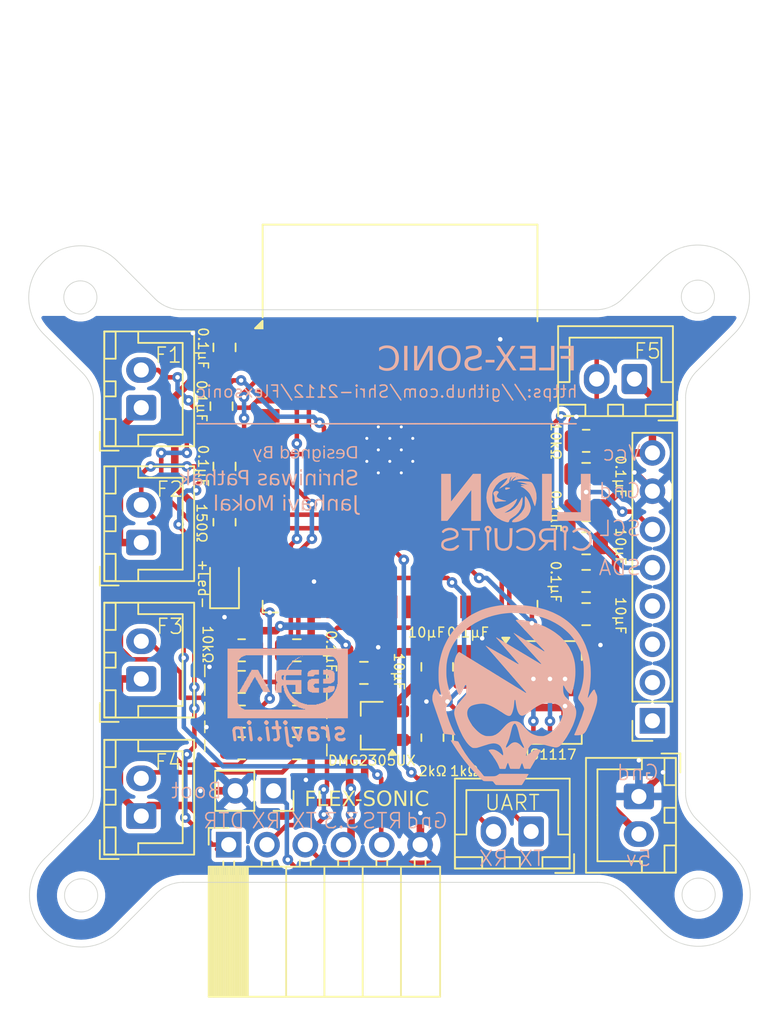
<source format=kicad_pcb>
(kicad_pcb (version 20241229) (generator "pcbnew") (generator_version "9.0")
  (layers (0 "F.Cu" signal) (2 "B.Cu" power) (13 "F.Paste" user) (15 "B.Paste" user) (5 "F.SilkS" user "F.Silkscreen") (7 "B.SilkS" user "B.Silkscreen") (1 "F.Mask" user) (3 "B.Mask" user) (25 "Edge.Cuts" user))
  (net 0 "")
  (net 1 "Net-(J2-Pin_1)")
  (net 2 "Net-(U1-IO26)")
  (net 3 "GND")
  (net 4 "Net-(F1-Pin_2)")
  (net 5 "Net-(F2-Pin_2)")
  (net 6 "Net-(F3-Pin_2)")
  (net 7 "Net-(F4-Pin_2)")
  (net 8 "Net-(F5-Pin_2)")
  (net 9 "Net-(J5-Pin_1)")
  (net 10 "Net-(U1-EN)")
  (net 11 "Net-(D1-A)")
  (net 12 "Net-(F1-Pin_1)")
  (net 13 "Net-(J1-Pin_2)")
  (net 14 "Net-(J2-Pin_2)")
  (net 16 "Net-(J3-Pin_5)")
  (net 20 "Net-(J3-Pin_6)")
  (net 21 "Net-(J5-Pin_2)")
  (net 22 "Net-(J5-Pin_3)")
  (net 23 "Net-(J5-Pin_4)")
  (net 27 "Net-(J5-Pin_5)")
  (net 46 "Net-(J4-Pin_1)")
  (footprint "Package_TO_SOT_SMD:SOT-223-3_TabPin2" (layer "F.Cu") (at 116.9 94.1)
    (property "Reference" "U3" (hide yes))
    (property "Value" "AMS1117-3.3")
  )
  (footprint "Resistor_SMD:R_0805_2012Metric" (layer "F.Cu") (at 96.2375 97.8 180)
    (property "Reference" "10k4" (hide yes))
    (property "Value" "R4")
  )
  (footprint "Resistor_SMD:R_0805_2012Metric" (layer "F.Cu") (at 96.2375 95.7 180)
    (property "Reference" "10k3" (hide yes))
    (property "Value" "R3")
  )
  (footprint "Capacitor_SMD:C_0805_2012Metric" (layer "F.Cu") (at 111 92.4 -90)
    (property "Reference" "C12" (hide yes))
    (property "Value" "10uf")
  )
  (footprint "Capacitor_SMD:C_0805_2012Metric" (layer "F.Cu") (at 119.1 79.6 180)
    (property "Reference" "C10" (hide yes))
    (property "Value" "0.1uf")
  )
  (footprint "Connector_JST:JST_XH_B2B-XH-A_1x02_P2.50mm_Vertical" (layer "F.Cu") (at 89.575 93.2 90)
    (property "Reference" "F2" (hide yes))
    (property "Value" "Out")
  )
  (footprint "RF_Module:ESP32-WROOM-32" (layer "F.Cu") (at 106.75 78.91)
    (property "Reference" "U1" (hide yes))
    (property "Value" "ESP32-WROOM-32")
  )
  (footprint "Capacitor_SMD:C_0805_2012Metric" (layer "F.Cu") (at 94.9 75.1 -90)
    (property "Reference" "C6" (hide yes))
    (property "Value" "0.1uf")
  )
  (footprint "Connector_PinSocket_2.54mm:PinSocket_1x02_P2.54mm_Vertical" (layer "F.Cu") (at 98.35 100.625 -90)
    (property "Reference" "J4" (hide yes))
    (property "Value" "Conn_01x02")
  )
  (footprint "Resistor_SMD:R_0805_2012Metric" (layer "F.Cu") (at 111 97.1 -90)
    (property "Reference" "1K1" (hide yes))
    (property "Value" "R")
  )
  (footprint "Capacitor_SMD:C_0805_2012Metric" (layer "F.Cu") (at 119.1 84.2)
    (property "Reference" "C5" (hide yes))
    (property "Value" "10uf")
  )
  (footprint "Resistor_SMD:R_0805_2012Metric" (layer "F.Cu") (at 96.2375 93.4 180)
    (property "Reference" "10k2" (hide yes))
    (property "Value" "R2")
  )
  (footprint "Connector_JST:JST_XH_B2B-XH-A_1x02_P2.50mm_Vertical" (layer "F.Cu") (at 115.45 103.325 180)
    (property "Reference" "J2" (hide yes))
    (property "Value" "Uart_tx_rx")
  )
  (footprint "Package_TO_SOT_SMD:SOT-23_Handsoldering" (layer "F.Cu") (at 104.9 96.3 180)
    (property "Reference" "Q1" (hide yes))
    (property "Value" "Q_PMOS_GSD")
  )
  (footprint "Capacitor_SMD:C_0805_2012Metric" (layer "F.Cu") (at 119.1 88.9 180)
    (property "Reference" "C11" (hide yes))
    (property "Value" "10uf")
  )
  (footprint "Connector_JST:JST_XH_B2B-XH-A_1x02_P2.50mm_Vertical" (layer "F.Cu") (at 122.3 73.3 180)
    (property "Reference" "F5" (hide yes))
    (property "Value" "Out")
  )
  (footprint "Capacitor_SMD:C_0805_2012Metric" (layer "F.Cu") (at 99.9 95.7)
    (property "Reference" "C8" (hide yes))
    (property "Value" "0.1uf")
  )
  (footprint "Capacitor_SMD:C_0805_2012Metric" (layer "F.Cu") (at 119.1 82)
    (property "Reference" "C4" (hide yes))
    (property "Value" "0.1uf")
  )
  (footprint "Resistor_SMD:R_0805_2012Metric" (layer "F.Cu") (at 95.1 82.8 -90)
    (property "Reference" "RL1" (hide yes))
    (property "Value" "150")
  )
  (footprint "Resistor_SMD:R_0805_2012Metric" (layer "F.Cu") (at 119.1 77.4 180)
    (property "Reference" "10k5" (hide yes))
    (property "Value" "R5")
  )
  (footprint "Connector_JST:JST_XH_B2B-XH-A_1x02_P2.50mm_Vertical" (layer "F.Cu") (at 89.575 75.2 90)
    (property "Reference" "F1" (hide yes))
    (property "Value" "Out")
  )
  (footprint "Connector_JST:JST_XH_B2B-XH-A_1x02_P2.50mm_Vertical" (layer "F.Cu") (at 89.575 102.3 90)
    (property "Reference" "F3" (hide yes))
    (property "Value" "Out")
  )
  (footprint "LED_SMD:LED_0805_2012Metric" (layer "F.Cu") (at 95.1 86.825 90)
    (property "Reference" "D1" (hide yes))
    (property "Value" "LED")
  )
  (footprint "Capacitor_SMD:C_0805_2012Metric" (layer "F.Cu") (at 108.9 92.4 -90)
    (property "Reference" "C13" (hide yes))
    (property "Value" "0.1uf")
  )
  (footprint "Capacitor_SMD:C_0805_2012Metric" (layer "F.Cu") (at 95.1 79.1 -90)
    (property "Reference" "C15" (hide yes))
    (property "Value" "0.1uf")
  )
  (footprint "Capacitor_SMD:C_0805_2012Metric" (layer "F.Cu") (at 99.9 97.8)
    (property "Reference" "C9" (hide yes))
    (property "Value" "0.1uf")
  )
  (footprint "Resistor_SMD:R_0805_2012Metric" (layer "F.Cu") (at 96.2375 91.3 180)
    (property "Reference" "10k1" (hide yes))
    (property "Value" "R1")
  )
  (footprint "Resistor_SMD:R_0805_2012Metric" (layer "F.Cu") (at 108.9 97.1 -90)
    (property "Reference" "2K1" (hide yes))
    (property "Value" "R")
  )
  (footprint "Connector_PinSocket_2.54mm:PinSocket_1x08_P2.54mm_Vertical" (layer "F.Cu") (at 123.5 95.98 180)
    (property "Reference" "J3" (hide yes))
    (property "Value" "Conn_01x08")
  )
  (footprint "Capacitor_SMD:C_0805_2012Metric" (layer "F.Cu") (at 119.1 86.7 180)
    (property "Reference" "C3" (hide yes))
    (property "Value" "0.1uf")
  )
  (footprint "Capacitor_SMD:C_0805_2012Metric" (layer "F.Cu") (at 95.1 71.2 90)
    (property "Reference" "C2" (hide yes))
    (property "Value" "0.1uf")
  )
  (footprint "Capacitor_SMD:C_0805_2012Metric" (layer "F.Cu") (at 104.35 92.8)
    (property "Reference" "C14" (hide yes))
    (property "Value" "10uf")
  )
  (footprint "Capacitor_SMD:C_0805_2012Metric" (layer "F.Cu") (at 99.9 91.3 180)
    (property "Reference" "C7" (hide yes))
    (property "Value" "0.1uf")
  )
  (footprint "Connector_PinSocket_2.54mm:PinSocket_1x06_P2.54mm_Horizontal" (layer "F.Cu") (at 95.38 104.2 90)
    (property "Reference" "J5" (hide yes))
    (property "Value" "Conn_01x06_Socket")
  )
  (footprint "Connector_JST:JST_XH_B2B-XH-A_1x02_P2.50mm_Vertical" (layer "F.Cu") (at 122.6 101 -90)
    (property "Reference" "J1" (hide yes))
    (property "Value" "5V_input")
  )
  (footprint "Connector_JST:JST_XH_B2B-XH-A_1x02_P2.50mm_Vertical" (layer "F.Cu") (at 89.575 84.15 90)
    (property "Reference" "F4" (hide yes))
    (property "Value" "Out")
  )
  (footprint "Capacitor_SMD:C_0805_2012Metric" (layer "F.Cu") (at 99.9 93.4)
    (property "Reference" "C1" (hide yes))
    (property "Value" "0.1uf")
  )
  (footprint "Logos:Lions_logo" (layer "B.Cu") (at 114.5 82.1 180)
    (property "Reference" "G***" (hide yes))
    (property "Value" "LOGO" (hide yes))
  )
  (footprint "logos:sra_logo_small_neg" (layer "B.Cu") (at 99.3 93.5 180)
    (property "Reference" "G***" (hide yes))
    (property "Value" "LOGO" (hide yes))
  )
  (footprint "logos:sra_skull_big" (layer "B.Cu") (at 114.3 94.3 180)
    (property "Reference" "G***" (hide yes))
    (property "Value" "LOGO" (hide yes))
  )
  (gr_circle (center 126.566028 107.517088) (end 127.666028 107.517088) (stroke (width 0.05)) (fill no) (layer "Edge.Cuts"))
  (gr_arc (start 85.667767 72.882527) (mid 86.209699 73.693585) (end 86.4 74.650294) (stroke (width 0.05)) (layer "Edge.Cuts"))
  (gr_arc (start 83.101062 70.315822) (mid 83.101062 65.450002) (end 87.966882 65.450002) (stroke (width 0.05)) (layer "Edge.Cuts"))
  (gr_arc (start 86.4 100.847587) (mid 86.209712 101.804305) (end 85.667767 102.615354) (stroke (width 0.05)) (layer "Edge.Cuts"))
  (gr_circle (center 85.533972 67.882912) (end 86.633972 67.882912) (stroke (width 0.05)) (fill no) (layer "Edge.Cuts"))
  (gr_arc (start 121.517473 67.967767) (mid 120.706415 68.509699) (end 119.749706 68.7) (stroke (width 0.05)) (layer "Edge.Cuts"))
  (gr_line (start 121.615354 107.432233) (end 124.133119 109.949998) (stroke (width 0.05)) (layer "Edge.Cuts"))
  (gr_line (start 88.015822 109.998938) (end 90.582527 107.432233) (stroke (width 0.05)) (layer "Edge.Cuts"))
  (gr_line (start 90.484646 67.967767) (end 87.966881 65.450002) (stroke (width 0.05)) (layer "Edge.Cuts"))
  (gr_arc (start 128.998938 105.084178) (mid 128.998938 109.949998) (end 124.133118 109.949998) (stroke (width 0.05)) (layer "Edge.Cuts"))
  (gr_line (start 83.101062 70.315822) (end 85.667767 72.882527) (stroke (width 0.05)) (layer "Edge.Cuts"))
  (gr_arc (start 119.847587 106.7) (mid 120.804305 106.890288) (end 121.615354 107.432233) (stroke (width 0.05)) (layer "Edge.Cuts"))
  (gr_line (start 124.084178 65.401062) (end 121.517473 67.967767) (stroke (width 0.05)) (layer "Edge.Cuts"))
  (gr_line (start 125.7 100.7497) (end 125.7 74.552413) (stroke (width 0.05)) (layer "Edge.Cuts"))
  (gr_circle (center 85.582912 107.566028) (end 86.682912 107.566028) (stroke (width 0.05)) (fill no) (layer "Edge.Cuts"))
  (gr_line (start 92.350294 106.7) (end 119.8477 106.7) (stroke (width 0.05)) (layer "Edge.Cuts"))
  (gr_line (start 85.667767 102.615354) (end 83.150002 105.133119) (stroke (width 0.05)) (layer "Edge.Cuts"))
  (gr_line (start 119.7497 68.7) (end 92.252413 68.7) (stroke (width 0.05)) (layer "Edge.Cuts"))
  (gr_arc (start 92.252413 68.7) (mid 91.295695 68.509712) (end 90.484646 67.967767) (stroke (width 0.05)) (layer "Edge.Cuts"))
  (gr_arc (start 124.084178 65.401062) (mid 128.949998 65.401062) (end 128.949998 70.266882) (stroke (width 0.05)) (layer "Edge.Cuts"))
  (gr_arc (start 126.432233 102.517473) (mid 125.890301 101.706415) (end 125.7 100.749706) (stroke (width 0.05)) (layer "Edge.Cuts"))
  (gr_circle (center 126.517088 67.833972) (end 127.617088 67.833972) (stroke (width 0.05)) (fill no) (layer "Edge.Cuts"))
  (gr_arc (start 90.582527 107.432233) (mid 91.393585 106.890301) (end 92.350294 106.7) (stroke (width 0.05)) (layer "Edge.Cuts"))
  (gr_line (start 86.400003 74.650294) (end 86.400003 100.847587) (stroke (width 0.05)) (layer "Edge.Cuts"))
  (gr_arc (start 88.015822 109.998938) (mid 83.150002 109.998938) (end 83.150002 105.133118) (stroke (width 0.05)) (layer "Edge.Cuts"))
  (gr_arc (start 125.7 74.552413) (mid 125.890288 73.595695) (end 126.432233 72.784646) (stroke (width 0.05)) (layer "Edge.Cuts"))
  (gr_line (start 128.998938 105.084178) (end 126.432233 102.517473) (stroke (width 0.05)) (layer "Edge.Cuts"))
  (gr_line (start 126.432233 72.784646) (end 128.949998 70.266881) (stroke (width 0.05)) (layer "Edge.Cuts"))
  (gr_text "F1" (at 90.4 72.3 0) (layer "F.SilkS") (effects (font (size 1 1) (thickness 0.1)) (justify left bottom)))
  (gr_text "F2\n" (at 90.5 81.2 0) (layer "F.SilkS") (effects (font (size 1 1) (thickness 0.1)) (justify left bottom)))
  (gr_text "10µF" (at 121 83.1 270) (layer "F.SilkS") (effects (font (size 0.65 0.65) (thickness 0.1)) (justify left bottom)))
  (gr_text "0.1µF" (at 116.7 80.6 270) (layer "F.SilkS") (effects (font (size 0.65 0.65) (thickness 0.1)) (justify left bottom)))
  (gr_text "0.1µF" (at 116.7 85.3 270) (layer "F.SilkS") (effects (font (size 0.65 0.65) (thickness 0.1)) (justify left bottom)))
  (gr_text "-----" (at 94.3 98.3 90) (layer "F.SilkS") (effects (font (size 1 1) (thickness 0.1)) (justify left bottom)))
  (gr_text "AMS1117" (at 114 98.6 0) (layer "F.SilkS") (effects (font (size 0.65 0.65) (thickness 0.1)) (justify left bottom)))
  (gr_text "+Led-" (at 93.3 85.2 270) (layer "F.SilkS") (effects (font (size 0.65 0.65) (thickness 0.1)) (justify left bottom)))
  (gr_text "F5" (at 122.2 72.025 0) (layer "F.SilkS") (effects (font (size 1 1) (thickness 0.1)) (justify left bottom)))
  (gr_text "1kΩ" (at 110 99.7 0) (layer "F.SilkS") (effects (font (size 0.65 0.65) (thickness 0.1)) (justify left bottom)))
  (gr_text "F3" (at 90.5 90.3 0) (layer "F.SilkS") (effects (font (size 1 1) (thickness 0.1)) (justify left bottom)))
  (gr_text "10kΩ" (at 116.7 76.1 270) (layer "F.SilkS") (effects (font (size 0.65 0.65) (thickness 0.1)) (justify left bottom)))
  (gr_text "FLEX-SONIC" (at 100.4 101.8 0) (layer "F.SilkS") (effects (font (size 1 1) (thickness 0.1)) (justify left bottom)))
  (gr_text "0.1µF" (at 93.2 73.3 270) (layer "F.SilkS") (effects (font (size 0.65 0.65) (thickness 0.1)) (justify left bottom)))
  (gr_text "0.1µF" (at 93.3 77.6 270) (layer "F.SilkS") (effects (font (size 0.65 0.65) (thickness 0.1)) (justify left bottom)))
  (gr_text "10kΩ" (at 93.6 89.6 270) (layer "F.SilkS") (effects (font (size 0.65 0.65) (thickness 0.1)) (justify left bottom)))
  (gr_text "10µF" (at 106.3 91.4 270) (layer "F.SilkS") (effects (font (size 0.65 0.65) (thickness 0.1)) (justify left bottom)))
  (gr_text "0.1µF" (at 93.3 69.8 270) (layer "F.SilkS") (effects (font (size 0.65 0.65) (thickness 0.1)) (justify left bottom)))
  (gr_text "2kΩ" (at 107.9 99.7 0) (layer "F.SilkS") (effects (font (size 0.65 0.65) (thickness 0.1)) (justify left bottom)))
  (gr_text "-----" (at 102.4 98.6 90) (layer "F.SilkS") (effects (font (size 1 1) (thickness 0.1)) (justify left bottom)))
  (gr_text "0.1µF" (at 109.8 90.5 0) (layer "F.SilkS") (effects (font (size 0.65 0.65) (thickness 0.1)) (justify left bottom)))
  (gr_text "10µF" (at 121 87.7 270) (layer "F.SilkS") (effects (font (size 0.65 0.65) (thickness 0.1)) (justify left bottom)))
  (gr_text "F4" (at 90.4 99.3 0) (layer "F.SilkS") (effects (font (size 1 1) (thickness 0.1)) (justify left bottom)))
  (gr_text "150Ω" (at 93.2 81.5 270) (layer "F.SilkS") (effects (font (size 0.65 0.65) (thickness 0.1)) (justify left bottom)))
  (gr_text "0.1µF" (at 121 78.3 270) (layer "F.SilkS") (effects (font (size 0.65 0.65) (thickness 0.1)) (justify left bottom)))
  (gr_text "DMG2305UX " (at 101.9 99 0) (layer "F.SilkS") (effects (font (size 0.65 0.65) (thickness 0.1)) (justify left bottom)))
  (gr_text "UART" (at 112.3 102 0) (layer "F.SilkS") (effects (font (size 1 1) (thickness 0.1)) (justify left bottom)))
  (gr_text "10µF" (at 107.2 90.5 0) (layer "F.SilkS") (effects (font (size 0.65 0.65) (thickness 0.1)) (justify left bottom)))
  (gr_text "0.1µF" (at 101.8 89.9 270) (layer "F.SilkS") (effects (font (size 0.65 0.65) (thickness 0.1)) (justify left bottom)))
  (gr_text "3.3" (at 104.1 103.2 0) (layer "B.SilkS") (effects (font (size 1 1) (thickness 0.1)) (justify left bottom mirror)))
  (gr_text "Designed By\n" (at 104 78.7 0) (layer "B.SilkS") (effects (font (size 0.8 0.8) (thickness 0.1)) (justify left bottom mirror)))
  (gr_text "Shriniwas Pathak\nJanhavi Mokal" (at 104 82.2 0) (layer "B.SilkS") (effects (font (size 1 1) (thickness 0.1)) (justify left bottom mirror)))
  (gr_text "DTR" (at 96.5 103.2 0) (layer "B.SilkS") (effects (font (size 1 1) (thickness 0.1)) (justify left bottom mirror)))
  (gr_text "FLEX-SONIC\n" (at 118.5 73 0) (layer "B.SilkS") (effects (font (size 1.6 1.6) (thickness 0.3)) (justify left bottom mirror)))
  (gr_text "5v" (at 123.5 105.7 0) (layer "B.SilkS") (effects (font (size 1 1) (thickness 0.1)) (justify left bottom mirror)))
  (gr_text "TX" (at 116.4 105.7 0) (layer "B.SilkS") (effects (font (size 1 1) (thickness 0.1)) (justify left bottom mirror)))
  (gr_text "SDA" (at 122.8 86.4 0) (layer "B.SilkS") (effects (font (size 1 1) (thickness 0.1)) (justify left bottom mirror)))
  (gr_text "Gnd" (at 124 100 0) (layer "B.SilkS") (effects (font (size 1 1) (thickness 0.1)) (justify left bottom mirror)))
  (gr_text "Vcc" (at 122.8 78.8 0) (layer "B.SilkS") (effects (font (size 1 1) (thickness 0.1)) (justify left bottom mirror)))
  (gr_text "RTS" (at 107 103.2 0) (layer "B.SilkS") (effects (font (size 1 1) (thickness 0.1)) (justify left bottom mirror)))
  (gr_text "Gnd" (at 110 103.2 0) (layer "B.SilkS") (effects (font (size 1 1) (thickness 0.1)) (justify left bottom mirror)))
  (gr_text "RX" (at 114 105.7 0) (layer "B.SilkS") (effects (font (size 1 1) (thickness 0.1)) (justify left bottom mirror)))
  (gr_text "RX" (at 98.9 103.2 0) (layer "B.SilkS") (effects (font (size 1 1) (thickness 0.1)) (justify left bottom mirror)))
  (gr_text "sravjti.in" (at 103.405586 97.4 0) (layer "B.SilkS") (effects (font (size 1.2 1.2) (thickness 0.2) (bold yes) (italic yes)) (justify left bottom mirror)))
  (gr_text "Boot" (at 95 101.2 0) (layer "B.SilkS") (effects (font (size 1 1) (thickness 0.1)) (justify left bottom mirror)))
  (gr_text "TX" (at 101.3 103.2 0) (layer "B.SilkS") (effects (font (size 1 1) (thickness 0.1)) (justify left bottom mirror)))
  (gr_text "_________________________________" (at 118.5 76.3 0) (layer "B.SilkS") (effects (font (size 1 1) (thickness 0.1)) (justify left bottom mirror)))
  (gr_text "https://github.com/Shri-2112/Flexsonic" (at 118.6 74.6 0) (layer "B.SilkS") (effects (font (size 0.8 0.8) (thickness 0.1)) (justify left bottom mirror)))
  (gr_text "SCL" (at 122.8 83.8 0) (layer "B.SilkS") (effects (font (size 1 1) (thickness 0.1)) (justify left bottom mirror)))
  (gr_text "Gnd" (at 122.8 81.3 0) (layer "B.SilkS") (effects (font (size 1 1) (thickness 0.1)) (justify left bottom mirror)))
  (segment (start 111.3 99.175) (end 115.45 103.325) (width 0.3) (layer "F.Cu") (net 1))
  (segment (start 111 98.0125) (end 111.3 98.3125) (width 0.3) (layer "F.Cu") (net 1))
  (segment (start 111.3 98.3125) (end 111.3 99.175) (width 0.3) (layer "F.Cu") (net 1))
  (segment (start 108.9 98.0125) (end 111 98.0125) (width 0.3) (layer "F.Cu") (net 1))
  (segment (start 105.8 86.5) (end 102.5 83.2) (width 0.3) (layer "F.Cu") (net 2))
  (segment (start 98.16 83.2) (end 98 83.36) (width 0.3) (layer "F.Cu") (net 2))
  (segment (start 109.9 94.7) (end 111 95.8) (width 0.3) (layer "F.Cu") (net 2))
  (segment (start 109.9 86.5) (end 105.8 86.5) (width 0.3) (layer "F.Cu") (net 2))
  (segment (start 111 95.8) (end 111 96.1875) (width 0.3) (layer "F.Cu") (net 2))
  (segment (start 110.2 86.8) (end 109.9 86.5) (width 0.3) (layer "F.Cu") (net 2))
  (segment (start 102.5 83.2) (end 98.16 83.2) (width 0.3) (layer "F.Cu") (net 2))
  (via (at 110.2 86.8) (size 0.7) (drill 0.3) (layers "F.Cu" "B.Cu") (net 2))
  (via (at 109.9 94.7) (size 0.7) (drill 0.3) (layers "F.Cu" "B.Cu") (net 2))
  (segment (start 110.2 86.8) (end 111 87.6) (width 0.3) (layer "B.Cu") (net 2))
  (segment (start 111 93.6) (end 109.9 94.7) (width 0.3) (layer "B.Cu") (net 2))
  (segment (start 111 87.6) (end 111 93.6) (width 0.3) (layer "B.Cu") (net 2))
  (segment (start 105.3 92.8) (end 106.7 91.4) (width 0.5) (layer "F.Cu") (net 3))
  (segment (start 112.2 91.45) (end 112.2 90.5) (width 0.5) (layer "F.Cu") (net 3))
  (segment (start 123.5 80.74) (end 123.5 80.7) (width 0.5) (layer "F.Cu") (net 3))
  (segment (start 100.85 91.3) (end 100.85 88.61) (width 0.5) (layer "F.Cu") (net 3))
  (segment (start 108.85 91.4) (end 108.9 91.45) (width 0.5) (layer "F.Cu") (net 3))
  (segment (start 101.04 91.11) (end 100.85 91.3) (width 0.5) (layer "F.Cu") (net 3))
  (segment (start 108.1 104.18) (end 108.08 104.2) (width 0.5) (layer "F.Cu") (net 3))
  (segment (start 95.325 92.4) (end 94.1 92.4) (width 0.5) (layer "F.Cu") (net 3))
  (segment (start 101.04 86.74) (end 101.04 88.42) (width 0.5) (layer "F.Cu") (net 3))
  (segment (start 100.5 99.9) (end 100.85 99.55) (width 0.5) (layer "F.Cu") (net 3))
  (segment (start 100.85 91.3) (end 100.85 93.4) (width 0.5) (layer "F.Cu") (net 3))
  (segment (start 108.1 102.1) (end 108.1 104.18) (width 0.5) (layer "F.Cu") (net 3))
  (segment (start 93.5 100.625) (end 95.81 100.625) (width 0.5) (layer "F.Cu") (net 3))
  (segment (start 108.9 95.1) (end 108.5 94.7) (width 0.5) (layer "F.Cu") (net 3))
  (segment (start 118.1875 79.5625) (end 118.15 79.6) (width 0.5) (layer "F.Cu") (net 3))
  (segment (start 95.325 96.8) (end 95.325 95.7) (width 0.5) (layer "F.Cu") (net 3))
  (segment (start 112.2 91.45) (end 113.4 91.45) (width 0.5) (layer "F.Cu") (net 3))
  (segment (start 95.325 96.8) (end 94.3 96.8) (width 0.5) (layer "F.Cu") (net 3))
  (segment (start 123.5 80.7) (end 122.3 79.5) (width 0.5) (layer "F.Cu") (net 3))
  (segment (start 100.85 88.61) (end 101.04 88.42) (width 0.5) (layer "F.Cu") (net 3))
  (segment (start 106.7 91.4) (end 108.85 91.4) (width 0.5) (layer "F.Cu") (net 3))
  (segment (start 106.4 97.25) (end 107.55 97.25) (width 0.5) (layer "F.Cu") (net 3))
  (segment (start 95.325 97.8) (end 95.325 96.8) (width 0.5) (layer "F.Cu") (net 3))
  (segment (start 100.85 95.7) (end 100.85 97.8) (width 0.5) (layer "F.Cu") (net 3))
  (segment (start 118.15 79.6) (end 118.15 82) (width 0.5) (layer "F.Cu") (net 3))
  (segment (start 95.1 70.25) (end 97.59 70.25) (width 0.5) (layer "F.Cu") (net 3))
  (segment (start 118.449 75.8) (end 118.1875 76.0615) (width 0.5) (layer "F.Cu") (net 3))
  (segment (start 108.9 91.45) (end 111 91.45) (width 0.5) (layer "F.Cu") (net 3))
  (segment (start 95.1 87.7625) (end 95.1 89.1) (width 0.5) (layer "F.Cu") (net 3))
  (segment (start 120.05 90.95) (end 120.05 88.9) (width 0.5) (layer "F.Cu") (net 3))
  (segment (start 120.05 88.9) (end 120.05 86.7) (width 0.5) (layer "F.Cu") (net 3))
  (segment (start 107.55 97.25) (end 108.6125 96.1875) (width 0.5) (layer "F.Cu") (net 3))
  (segment (start 97.59 70.25) (end 98 70.66) (width 0.5) (layer "F.Cu") (net 3))
  (segment (start 118.1875 77.4) (end 118.1875 79.5625) (width 0.5) (layer "F.Cu") (net 3))
  (segment (start 94.3 96.8) (end 93.9 96.4) (width 0.5) (layer "F.Cu") (net 3))
  (segment (start 100.85 99.55) (end 100.85 97.8) (width 0.5) (layer "F.Cu") (net 3))
  (segment (start 122.6 101) (end 122.6 98.6) (width 0.5) (layer "F.Cu") (net 3))
  (segment (start 108.6125 96.1875) (end 108.9 96.1875) (width 0.5) (layer "F.Cu") (net 3))
  (segment (start 108.9 96.1875) (end 108.9 95.1) (width 0.5) (layer "F.Cu") (net 3))
  (segment (start 95.1 91.075) (end 95.325 91.3) (width 0.5) (layer "F.Cu") (net 3))
  (segment (start 118.15 84.8) (end 120.05 86.7) (width 0.5) (layer "F.Cu") (net 3))
  (segment (start 113.4 91.45) (end 113.75 91.8) (width 0.5) (layer "F.Cu") (net 3))
  (segment (start 118.15 84.2) (end 118.15 84.8) (width 0.5) (layer "F.Cu") (net 3))
  (segment (start 108.08 104.08) (end 108.1 104.1) (width 0.5) (layer "F.Cu") (net 3))
  (segment (start 95.325 92.4) (end 95.325 93.4) (width 0.5) (layer "F.Cu") (net 3))
  (segment (start 113.4 70.66) (end 115.5 70.66) (width 0.5) (layer "F.Cu") (net 3))
  (segment (start 122.6 101) (end 124.2 99.4) (width 0.5) (layer "F.Cu") (net 3))
  (segment (start 105.3 92.8) (end 105.3 91.1) (width 0.5) (layer "F.Cu") (net 3))
  (segment (start 118.15 82) (end 118.15 84.2) (width 0.5) (layer "F.Cu") (net 3))
  (segment (start 118.1875 76.0615) (end 118.1875 77.4) (width 0.5) (layer "F.Cu") (net 3))
  (segment (start 100.85 95.7) (end 100.85 93.4) (width 0.5) (layer "F.Cu") (net 3))
  (segment (start 93 70.25) (end 95.1 70.25) (width 0.5) (layer "F.Cu") (net 3))
  (segment (start 111 91.45) (end 112.2 91.45) (width 0.5) (layer "F.Cu") (net 3))
  (segment (start 95.325 91.3) (end 95.325 92.4) (width 0.5) (layer "F.Cu") (net 3))
  (via (at 124.2 99.4) (size 0.7) (drill 0.3) (layers "F.Cu" "B.Cu") (net 3))
  (via (at 108.1 102.1) (size 0.7) (drill 0.3) (layers "F.Cu" "B.Cu") (net 3))
  (via (at 118.449 75.8) (size 0.7) (drill 0.3) (layers "F.Cu" "B.Cu") (net 3))
  (via (at 94.1 92.4) (size 0.7) (drill 0.3) (layers "F.Cu" "B.Cu") (net 3))
  (via (at 95.1 89.1) (size 0.7) (drill 0.3) (layers "F.Cu" "B.Cu") (net 3))
  (via (at 105.3 91.1) (size 0.7) (drill 0.3) (layers "F.Cu" "B.Cu") (net 3))
  (via (at 93.9 96.4) (size 0.7) (drill 0.3) (layers "F.Cu" "B.Cu") (net 3))
  (via (at 100.5 99.9) (size 0.7) (drill 0.3) (layers "F.Cu" "B.Cu") (net 3))
  (via (at 122.3 79.5) (size 0.7) (drill 0.3) (layers "F.Cu" "B.Cu") (net 3))
  (via (at 120.05 90.95) (size 0.7) (drill 0.3) (layers "F.Cu" "B.Cu") (net 3))
  (via (at 93 70.25) (size 0.7) (drill 0.3) (layers "F.Cu" "B.Cu") (net 3))
  (via (at 122.6 98.6) (size 0.7) (drill 0.3) (layers "F.Cu" "B.Cu") (net 3))
  (via (at 101.04 86.74) (size 0.7) (drill 0.3) (layers "F.Cu" "B.Cu") (net 3))
  (via (at 93.5 100.625) (size 0.7) (drill 0.3) (layers "F.Cu" "B.Cu") (net 3))
  (via (at 113.4 70.66) (size 0.7) (drill 0.3) (layers "F.Cu" "B.Cu") (net 3))
  (via (at 112.2 90.5) (size 0.7) (drill 0.3) (layers "F.Cu" "B.Cu") (net 3))
  (via (at 108.5 94.7) (size 0.7) (drill 0.3) (layers "F.Cu" "B.Cu") (net 3))
  (segment (start 99.910051 83.899999) (end 99.5 84.31005) (width 0.3) (layer "F.Cu") (net 4))
  (segment (start 99.9 75.32) (end 99.9 77.58) (width 0.3) (layer "F.Cu") (net 4))
  (segment (start 97.998102 74.471898) (end 98 74.47) (width 0.3) (layer "F.Cu") (net 4))
  (segment (start 92.715186 74.716186) (end 92.715186 74.815186) (width 0.3) (layer "F.Cu") (net 4))
  (segment (start 92.715186 74.815186) (end 93.1 75.2) (width 0.3) (layer "F.Cu") (net 4))
  (segment (start 91.984314 73.184314) (end 91.184314 73.184314) (width 0.3) (layer "F.Cu") (net 4))
  (segment (start 91.184314 73.184314) (end 90.7 72.7) (width 0.3) (layer "F.Cu") (net 4))
  (segment (start 92.916186 74.716186) (end 93 74.8) (width 0.3) (layer "F.Cu") (net 4))
  (segment (start 97.15 91.3) (end 98.95 91.3) (width 0.3) (layer "F.Cu") (net 4))
  (segment (start 92.716186 74.716186) (end 92.916186 74.716186) (width 0.3) (layer "F.Cu") (net 4))
  (segment (start 92.715686 74.715686) (end 92.715186 74.716186) (width 0.3) (layer "F.Cu") (net 4))
  (segment (start 93.1 75.2) (end 96.8 75.2) (width 0.3) (layer "F.Cu") (net 4))
  (segment (start 99.5 84.31005) (end 99.5 90.75) (width 0.3) (layer "F.Cu") (net 4))
  (segment (start 97.53 74.47) (end 98 74.47) (width 0.3) (layer "F.Cu") (net 4))
  (segment (start 98 74.47) (end 99.05 74.47) (width 0.3) (layer "F.Cu") (net 4))
  (segment (start 92.715686 74.715686) (end 92.716186 74.716186) (width 0.3) (layer "F.Cu") (net 4))
  (segment (start 96.8 75.2) (end 97.53 74.47) (width 0.3) (layer "F.Cu") (net 4))
  (segment (start 99.5 90.75) (end 98.95 91.3) (width 0.3) (layer "F.Cu") (net 4))
  (segment (start 90.7 72.7) (end 89.575 72.7) (width 0.3) (layer "F.Cu") (net 4))
  (segment (start 99.05 74.47) (end 99.9 75.32) (width 0.3) (layer "F.Cu") (net 4))
  (via (at 91.984314 73.184314) (size 0.7) (drill 0.3) (layers "F.Cu" "B.Cu") (net 4))
  (via (at 92.715686 74.715686) (size 0.7) (drill 0.3) (layers "F.Cu" "B.Cu") (net 4))
  (via (at 99.910051 83.899999) (size 0.7) (drill 0.3) (layers "F.Cu" "B.Cu") (net 4))
  (via (at 99.9 77.58) (size 0.7) (drill 0.3) (layers "F.Cu" "B.Cu") (net 4))
  (segment (start 99.9 83.889948) (end 99.910051 83.899999) (width 0.3) (layer "B.Cu") (net 4))
  (segment (start 99.9 77.58) (end 99.9 83.889948) (width 0.3) (layer "B.Cu") (net 4))
  (segment (start 91.984314 73.984314) (end 91.984314 73.184314) (width 0.3) (layer "B.Cu") (net 4))
  (segment (start 92.715686 74.715686) (end 91.984314 73.984314) (width 0.3) (layer "B.Cu") (net 4))
  (segment (start 98 79.55) (end 98.85 79.55) (width 0.3) (layer "F.Cu") (net 5))
  (segment (start 92.201 94.451) (end 96.349 94.451) (width 0.3) (layer "F.Cu") (net 5))
  (segment (start 97.15 93.4) (end 98.95 93.4) (width 0.3) (layer "F.Cu") (net 5))
  (segment (start 98.85 79.55) (end 100.9 81.6) (width 0.3) (layer "F.Cu") (net 5))
  (segment (start 96.349 94.451) (end 97.15 93.65) (width 0.3) (layer "F.Cu") (net 5))
  (segment (start 89.575 90.7) (end 89.575 91.4) (width 0.3) (layer "F.Cu") (net 5))
  (segment (start 98.95 93.4) (end 100 92.35) (width 0.3) (layer "F.Cu") (net 5))
  (segment (start 97.15 93.65) (end 97.15 93.4) (width 0.3) (layer "F.Cu") (net 5))
  (segment (start 100 92.35) (end 100 84.8) (width 0.3) (layer "F.Cu") (net 5))
  (segment (start 100 84.8) (end 100.9 83.9) (width 0.3) (layer "F.Cu") (net 5))
  (segment (start 92.201 92.801) (end 92.201 94.451) (width 0.3) (layer "F.Cu") (net 5))
  (segment (start 90.100001 90.7) (end 92.201 92.801) (width 0.3) (layer "F.Cu") (net 5))
  (segment (start 89.575 90.7) (end 90.100001 90.7) (width 0.3) (layer "F.Cu") (net 5))
  (via (at 100.9 81.6) (size 0.7) (drill 0.3) (layers "F.Cu" "B.Cu") (net 5))
  (via (at 100.9 83.9) (size 0.7) (drill 0.3) (layers "F.Cu" "B.Cu") (net 5))
  (segment (start 100.9 83.9) (end 100.9 81.6) (width 0.3) (layer "B.Cu") (net 5))
  (segment (start 96.5 87.572) (end 96.5 81.27) (width 0.3) (layer "F.Cu") (net 6))
  (segment (start 97.728 88.8) (end 96.5 87.572) (width 0.3) (layer "F.Cu") (net 6))
  (segment (start 96.95 80.82) (end 98 80.82) (width 0.3) (layer "F.Cu") (net 6))
  (segment (start 89.575 99.8) (end 89.775 99.6) (width 0.3) (layer "F.Cu") (net 6))
  (segment (start 89.974 99.401) (end 98.93087 99.401) (width 0.3) (layer "F.Cu") (net 6))
  (segment (start 97.15 95.45) (end 98.1 94.5) (width 0.3) (layer "F.Cu") (net 6))
  (segment (start 97.15 95.7) (end 97.15 95.45) (width 0.3) (layer "F.Cu") (net 6))
  (segment (start 98.1 88.8) (end 97.728 88.8) (width 0.3) (layer "F.Cu") (net 6))
  (segment (start 99.9 98.43187) (end 99.9 96.65) (width 0.3) (layer "F.Cu") (net 6))
  (segment (start 97 95.7) (end 97.15 95.7) (width 0.3) (layer "F.Cu") (net 6))
  (segment (start 96.5 81.27) (end 96.95 80.82) (width 0.3) (layer "F.Cu") (net 6))
  (segment (start 98.93087 99.401) (end 99.9 98.43187) (width 0.3) (layer "F.Cu") (net 6))
  (segment (start 97.15 95.7) (end 98.95 95.7) (width 0.3) (layer "F.Cu") (net 6))
  (segment (start 89.575 99.8) (end 89.974 99.401) (width 0.3) (layer "F.Cu") (net 6))
  (segment (start 99.9 96.65) (end 98.95 95.7) (width 0.3) (layer "F.Cu") (net 6))
  (via (at 98.1 94.5) (size 0.7) (drill 0.3) (layers "F.Cu" "B.Cu") (net 6))
  (via (at 98.1 88.8) (size 0.7) (drill 0.3) (layers "F.Cu" "B.Cu") (net 6))
  (segment (start 98.1 94.5) (end 98.1 88.8) (width 0.3) (layer "B.Cu") (net 6))
  (segment (start 90.1 79.1) (end 89.575 79.625) (width 0.3) (layer "F.Cu") (net 7))
  (segment (start 88.92753 91.901) (end 90.59248 91.901) (width 0.3) (layer "F.Cu") (net 7))
  (segment (start 89.575 81.65) (end 89.575 81.675) (width 0.3) (layer "F.Cu") (net 7))
  (segment (start 96.5 77.46) (end 96.95 77.01) (width 0.3) (layer "F.Cu") (net 7))
  (segment (start 92.6 79.100003) (end 92.6 78.963678) (width 0.3) (layer "F.Cu") (net 7))
  (segment (start 90.2 79.1) (end 90.1 79.1) (width 0.3) (layer "F.Cu") (net 7))
  (segment (start 91.3 83.4) (end 91.3 85.35506) (width 0.3) (layer "F.Cu") (net 7))
  (segment (start 92.6 79.100003) (end 95.909997 79.100003) (width 0.3) (layer "F.Cu") (net 7))
  (segment (start 96.95 77.01) (end 98 77.01) (width 0.3) (layer "F.Cu") (net 7))
  (segment (start 92.6 78.963678) (end 92.662678 78.901) (width 0.3) (layer "F.Cu") (net 7))
  (segment (start 96.5 78.51) (end 96.5 77.46) (width 0.3) (layer "F.Cu") (net 7))
  (segment (start 88.224 91.19747) (end 88.92753 91.901) (width 0.3) (layer "F.Cu") (net 7))
  (segment (start 91.7 93.00852) (end 91.7 98.3) (width 0.3) (layer "F.Cu") (net 7))
  (segment (start 96.05 98.9) (end 97.15 97.8) (width 0.3) (layer "F.Cu") (net 7))
  (segment (start 89.575 81.675) (end 91.3 83.4) (width 0.3) (layer "F.Cu") (net 7))
  (segment (start 92.3 98.9) (end 96.05 98.9) (width 0.3) (layer "F.Cu") (net 7))
  (segment (start 91.3 85.35506) (end 88.224 88.43106) (width 0.3) (layer "F.Cu") (net 7))
  (segment (start 98.95 97.8) (end 97.15 97.8) (width 0.3) (layer "F.Cu") (net 7))
  (segment (start 95.909997 79.100003) (end 96.5 78.51) (width 0.3) (layer "F.Cu") (net 7))
  (segment (start 89.575 79.625) (end 89.575 81.65) (width 0.3) (layer "F.Cu") (net 7))
  (segment (start 91.7 98.3) (end 92.3 98.9) (width 0.3) (layer "F.Cu") (net 7))
  (segment (start 88.224 88.43106) (end 88.224 91.19747) (width 0.3) (layer "F.Cu") (net 7))
  (segment (start 90.59248 91.901) (end 91.7 93.00852) (width 0.3) (layer "F.Cu") (net 7))
  (via (at 92.6 79.100003) (size 0.7) (drill 0.3) (layers "F.Cu" "B.Cu") (net 7))
  (via (at 90.2 79.1) (size 0.7) (drill 0.3) (layers "F.Cu" "B.Cu") (net 7))
  (segment (start 92.549723 79.049726) (end 92.6 79.100003) (width 0.3) (layer "B.Cu") (net 7))
  (segment (start 90.250274 79.049726) (end 92.549723 79.049726) (width 0.3) (layer "B.Cu") (net 7))
  (segment (start 90.2 79.1) (end 90.250274 79.049726) (width 0.3) (layer "B.Cu") (net 7))
  (segment (start 120.0125 77.4) (end 120.0125 79.5625) (width 0.3) (layer "F.Cu") (net 8))
  (segment (start 119.8 77.1875) (end 120.0125 77.4) (width 0.3) (layer "F.Cu") (net 8))
  (segment (start 120.0125 79.5625) (end 120.05 79.6) (width 0.3) (layer "F.Cu") (net 8))
  (segment (start 111.4 69.6) (end 108.2 72.8) (width 0.3) (layer "F.Cu") (net 8))
  (segment (start 98 78.28) (end 100.4 78.28) (width 0.3) (layer "F.Cu") (net 8))
  (segment (start 103.1 72.8) (end 100.7 75.2) (width 0.3) (layer "F.Cu") (net 8))
  (segment (start 119.8 73.3) (end 119.8 70.9) (width 0.3) (layer "F.Cu") (net 8))
  (segment (start 100.7 75.2) (end 100.7 77.98) (width 0.3) (layer "F.Cu") (net 8))
  (segment (start 119.8 73.3) (end 119.8 77.1875) (width 0.3) (layer "F.Cu") (net 8))
  (segment (start 100.4 78.28) (end 100.7 77.98) (width 0.3) (layer "F.Cu") (net 8))
  (segment (start 118.5 69.6) (end 111.4 69.6) (width 0.3) (layer "F.Cu") (net 8))
  (segment (start 108.2 72.8) (end 103.1 72.8) (width 0.3) (layer "F.Cu") (net 8))
  (segment (start 119.8 70.9) (end 118.5 69.6) (width 0.3) (layer "F.Cu") (net 8))
  (segment (start 92.5 102.4) (end 94.3 104.2) (width 0.3) (layer "F.Cu") (net 9))
  (segment (start 92.6 78.2) (end 92.6 77) (width 0.3) (layer "F.Cu") (net 9))
  (segment (start 90.901 80.801) (end 93.1 83) (width 0.3) (layer "F.Cu") (net 9))
  (segment (start 90.9 78.2) (end 90.9 78.7) (width 0.3) (layer "F.Cu") (net 9))
  (segment (start 93.1 95.052) (end 93.1 95.151) (width 0.3) (layer "F.Cu") (net 9))
  (segment (start 93.1 97.7) (end 93.1 95.052) (width 0.3) (layer "F.Cu") (net 9))
  (segment (start 90.901 78.701) (end 90.901 80.801) (width 0.3) (layer "F.Cu") (net 9))
  (segment (start 93.55 76.05) (end 94.9 76.05) (width 0.3) (layer "F.Cu") (net 9))
  (segment (start 92.6 77) (end 93.55 76.05) (width 0.3) (layer "F.Cu") (net 9))
  (segment (start 90.9 78.7) (end 90.901 78.701) (width 0.3) (layer "F.Cu") (net 9))
  (segment (start 93.1 83) (end 93.1 93.751) (width 0.3) (layer "F.Cu") (net 9))
  (segment (start 92.6 98.2) (end 93.1 97.7) (width 0.3) (layer "F.Cu") (net 9))
  (segment (start 94.6 104.5) (end 95.38 104.5) (width 0.3) (layer "F.Cu") (net 9))
  (segment (start 94.3 104.2) (end 95.38 104.2) (width 0.3) (layer "F.Cu") (net 9))
  (via (at 90.9 78.2) (size 0.7) (drill 0.3) (layers "F.Cu" "B.Cu") (net 9))
  (via (at 92.5 102.4) (size 0.7) (drill 0.3) (layers "F.Cu" "B.Cu") (net 9))
  (via (at 93.1 95.151) (size 0.7) (drill 0.3) (layers "F.Cu" "B.Cu") (net 9))
  (via (at 92.6 98.2) (size 0.7) (drill 0.3) (layers "F.Cu" "B.Cu") (net 9))
  (via (at 92.6 78.2) (size 0.7) (drill 0.3) (layers "F.Cu" "B.Cu") (net 9))
  (via (at 93.1 93.751) (size 0.7) (drill 0.3) (layers "F.Cu" "B.Cu") (net 9))
  (segment (start 92.6 98.2) (end 92.5 98.3) (width 0.3) (layer "B.Cu") (net 9))
  (segment (start 92.5 98.3) (end 92.5 102.4) (width 0.3) (layer "B.Cu") (net 9))
  (segment (start 90.9 78.2) (end 92.6 78.2) (width 0.3) (layer "B.Cu") (net 9))
  (segment (start 93.1 95.151) (end 93.1 93.751) (width 0.3) (layer "B.Cu") (net 9))
  (segment (start 96.4 76.85) (end 95.1 78.15) (width 0.3) (layer "F.Cu") (net 10))
  (segment (start 96.395837 74.204163) (end 97.4 73.2) (width 0.3) (layer "F.Cu") (net 10))
  (segment (start 96.395837 74.5) (end 96.395837 74.204163) (width 0.3) (layer "F.Cu") (net 10))
  (segment (start 96.4 75.9) (end 96.4 76.85) (width 0.3) (layer "F.Cu") (net 10))
  (segment (start 97.4 73.2) (end 98 73.2) (width 0.3) (layer "F.Cu") (net 10))
  (via (at 96.395837 74.5) (size 0.7) (drill 0.3) (layers "F.Cu" "B.Cu") (net 10))
  (via (at 96.4 75.9) (size 0.7) (drill 0.3) (layers "F.Cu" "B.Cu") (net 10))
  (segment (start 96.395837 75.37623) (end 96.395837 74.5) (width 0.3) (layer "B.Cu") (net 10))
  (segment (start 96.4 75.380393) (end 96.395837 75.37623) (width 0.3) (layer "B.Cu") (net 10))
  (segment (start 96.4 75.9) (end 96.4 75.380393) (width 0.3) (layer "B.Cu") (net 10))
  (segment (start 95.1 83.7125) (end 95.1 85.8875) (width 0.5) (layer "F.Cu") (net 11))
  (segment (start 104.4 100.7) (end 104.4 97.2) (width 0.5) (layer "F.Cu") (net 12))
  (segment (start 89.575 102.125) (end 90.1 101.6) (width 0.5) (layer "F.Cu") (net 12))
  (segment (start 121.05 93.1) (end 121.05 85.2) (width 0.5) (layer "F.Cu") (net 12))
  (segment (start 106.4 94.9) (end 107.95 93.35) (width 0.5) (layer "F.Cu") (net 12))
  (segment (start 120.05 81.75) (end 120.05 82) (width 0.5) (layer "F.Cu") (net 12))
  (segment (start 113.75 94.1) (end 120.05 94.1) (width 0.5) (layer "F.Cu") (net 12))
  (segment (start 90.1 101.6) (end 92.832786 101.6) (width 0.5) (layer "F.Cu") (net 12))
  (segment (start 89.575 93.2) (end 88.124 93.2) (width 0.5) (layer "F.Cu") (net 12))
  (segment (start 122.3 73.3) (end 123.5 74.5) (width 0.5) (layer "F.Cu") (net 12))
  (segment (start 121.9 78.2) (end 121.3 78.8) (width 0.5) (layer "F.Cu") (net 12))
  (segment (start 123.5 78.2) (end 121.9 78.2) (width 0.5) (layer "F.Cu") (net 12))
  (segment (start 106.4 95.35) (end 106.4 94.9) (width 0.5) (layer "F.Cu") (net 12))
  (segment (start 89.575 102.3) (end 89.575 102.125) (width 0.5) (layer "F.Cu") (net 12))
  (segment (start 88.124 93.2) (end 88.124 100.849) (width 0.5) (layer "F.Cu") (net 12))
  (segment (start 121.3 78.8) (end 121.3 80.75) (width 0.5) (layer "F.Cu") (net 12))
  (segment (start 104.4 97.2) (end 106.25 95.35) (width 0.5) (layer "F.Cu") (net 12))
  (segment (start 89.575 84.15) (end 88.174 84.15) (width 0.5) (layer "F.Cu") (net 12))
  (segment (start 121.05 85.2) (end 120.05 84.2) (width 0.5) (layer "F.Cu") (net 12))
  (segment (start 107.95 93.35) (end 108.9 93.35) (width 0.5) (layer "F.Cu") (net 12))
  (segment (start 100.3 101.4) (end 103.7 101.4) (width 0.5) (layer "F.Cu") (net 12))
  (segment (start 103.7 101.4) (end 104.4 100.7) (width 0.5) (layer "F.Cu") (net 12))
  (segment (start 111.8 93.8) (end 113.45 93.8) (width 0.5) (layer "F.Cu") (net 12))
  (segment (start 92.832786 101.6) (end 93.532786 102.3) (width 0.5) (layer "F.Cu") (net 12))
  (segment (start 89.575 75.2) (end 88.124 76.651) (width 0.5) (layer "F.Cu") (net 12))
  (segment (start 108.9 93.35) (end 111 93.35) (width 0.5) (layer "F.Cu") (net 12))
  (segment (start 88.124 100.849) (end 89.575 102.3) (width 0.5) (layer "F.Cu") (net 12))
  (segment (start 123.5 78.2) (end 123.5 78.3) (width 0.5) (layer "F.Cu") (net 12))
  (segment (start 88.124 76.651) (end 88.124 84.2) (width 0.5) (layer "F.Cu") (net 12))
  (segment (start 123.5 74.5) (end 123.5 78.2) (width 0.5) (layer "F.Cu") (net 12))
  (segment (start 106.25 95.35) (end 106.4 95.35) (width 0.5) (layer "F.Cu") (net 12))
  (segment (start 120.05 82) (end 120.05 84.2) (width 0.5) (layer "F.Cu") (net 12))
  (segment (start 113.45 93.8) (end 113.75 94.1) (width 0.5) (layer "F.Cu") (net 12))
  (segment (start 111.35 93.35) (end 111.8 93.8) (width 0.5) (layer "F.Cu") (net 12))
  (segment (start 99.4 102.3) (end 100.3 101.4) (width 0.5) (layer "F.Cu") (net 12))
  (segment (start 120.05 94.1) (end 121.05 93.1) (width 0.5) (layer "F.Cu") (net 12))
  (segment (start 88.124 84.2) (end 87.4 84.924) (width 0.5) (layer "F.Cu") (net 12))
  (segment (start 88.174 84.15) (end 88.124 84.2) (width 0.5) (layer "F.Cu") (net 12))
  (segment (start 111 93.35) (end 111.35 93.35) (width 0.5) (layer "F.Cu") (net 12))
  (segment (start 121.3 80.75) (end 120.05 82) (width 0.5) (layer "F.Cu") (net 12))
  (segment (start 87.4 92.476) (end 88.124 93.2) (width 0.5) (layer "F.Cu") (net 12))
  (segment (start 93.532786 102.3) (end 99.4 102.3) (width 0.5) (layer "F.Cu") (net 12))
  (segment (start 87.4 84.924) (end 87.4 92.476) (width 0.5) (layer "F.Cu") (net 12))
  (segment (start 117.7 95) (end 117.6 95.1) (width 0.5) (layer "F.Cu") (net 13))
  (segment (start 117.7 98.6) (end 122.6 103.5) (width 0.5) (layer "F.Cu") (net 13))
  (segment (start 115.05 95.1) (end 113.75 96.4) (width 0.5) (layer "F.Cu") (net 13))
  (segment (start 117.7 89.35) (end 118.15 88.9) (width 0.5) (layer "F.Cu") (net 13))
  (segment (start 117.7 93.2) (end 117.7 89.35) (width 0.5) (layer "F.Cu") (net 13))
  (segment (start 117.6 95.1) (end 115.05 95.1) (width 0.5) (layer "F.Cu") (net 13))
  (segment (start 118.15 86.7) (end 118.15 88.9) (width 0.5) (layer "F.Cu") (net 13))
  (segment (start 117.7 95) (end 117.7 98.6) (width 0.5) (layer "F.Cu") (net 13))
  (via (at 117.7 93.2) (size 0.7) (drill 0.3) (layers "F.Cu" "B.Cu") (net 13))
  (via (at 117.7 95) (size 0.7) (drill 0.3) (layers "F.Cu" "B.Cu") (net 13))
  (segment (start 117.7 95) (end 117.7 93.2) (width 0.5) (layer "B.Cu") (net 13))
  (segment (start 98.21 82.3) (end 98 82.09) (width 0.3) (layer "F.Cu") (net 14))
  (segment (start 109.425 99.8) (end 112.95 103.325) (width 0.3) (layer "F.Cu") (net 14))
  (segment (start 104 82.3) (end 98.21 82.3) (width 0.3) (layer "F.Cu") (net 14))
  (segment (start 107.9 99.8) (end 109.425 99.8) (width 0.3) (layer "F.Cu") (net 14))
  (segment (start 107 85.3) (end 104 82.3) (width 0.3) (layer "F.Cu") (net 14))
  (segment (start 107.5 99.4) (end 107.9 99.8) (width 0.3) (layer "F.Cu") (net 14))
  (via (at 107 85.3) (size 0.7) (drill 0.3) (layers "F.Cu" "B.Cu") (net 14))
  (via (at 107.5 99.4) (size 0.7) (drill 0.3) (layers "F.Cu" "B.Cu") (net 14))
  (segment (start 107 98.9) (end 107 85.3) (width 0.3) (layer "B.Cu") (net 14))
  (segment (start 107.5 99.4) (end 107 98.9) (width 0.3) (layer "B.Cu") (net 14))
  (segment (start 116.206852 77.01) (end 117.439763 75.777089) (width 0.3) (layer "F.Cu") (net 16))
  (segment (start 115.5 77.01) (end 116.206852 77.01) (width 0.3) (layer "F.Cu") (net 16))
  (segment (start 117.439763 75.777089) (end 117.439763 75.777088) (width 0.3) (layer "F.Cu") (net 16))
  (via (at 117.439763 75.777088) (size 0.7) (drill 0.3) (layers "F.Cu" "B.Cu") (net 16))
  (segment (start 117.439763 75.777088) (end 117.439763 81.639763) (width 0.3) (layer "B.Cu") (net 16))
  (segment (start 117.439763 81.639763) (end 121.62 85.82) (width 0.3) (layer "B.Cu") (net 16))
  (segment (start 121.62 85.82) (end 123.5 85.82) (width 0.3) (layer "B.Cu") (net 16))
  (segment (start 115.5 73.2) (end 117.5 73.2) (width 0.3) (layer "F.Cu") (net 20))
  (segment (start 121.5 82.1) (end 122.32 82.1) (width 0.3) (layer "F.Cu") (net 20))
  (segment (start 117.5 73.2) (end 119.149 74.849) (width 0.3) (layer "F.Cu") (net 20))
  (segment (start 119.149 74.849) (end 119.149 80.751) (width 0.3) (layer "F.Cu") (net 20))
  (segment (start 119.149 80.751) (end 119.1 80.8) (width 0.3) (layer "F.Cu") (net 20))
  (segment (start 122.32 82.1) (end 123.5 83.28) (width 0.3) (layer "F.Cu") (net 20))
  (via (at 121.5 82.1) (size 0.7) (drill 0.3) (layers "F.Cu" "B.Cu") (net 20))
  (via (at 119.1 80.8) (size 0.7) (drill 0.3) (layers "F.Cu" "B.Cu") (net 20))
  (segment (start 119.1 80.8) (end 120.2 80.8) (width 0.3) (layer "B.Cu") (net 20))
  (segment (start 120.2 80.8) (end 121.5 82.1) (width 0.3) (layer "B.Cu") (net 20))
  (segment (start 112.992 89.8) (end 113.5 89.292) (width 0.3) (layer "F.Cu") (net 21))
  (segment (start 113.5 75.42) (end 114.45 74.47) (width 0.3) (layer "F.Cu") (net 21))
  (segment (start 99.219 102.901) (end 97.92 104.2) (width 0.3) (layer "F.Cu") (net 21))
  (segment (start 101.691101 102.409674) (end 101.199775 102.901) (width 0.3) (layer "F.Cu") (net 21))
  (segment (start 101.685632 100.534253) (end 101.9 100.319885) (width 0.3) (layer "F.Cu") (net 21))
  (segment (start 114.45 74.47) (end 115.5 74.47) (width 0.3) (layer "F.Cu") (net 21))
  (segment (start 113.5 89.292) (end 113.5 75.42) (width 0.3) (layer "F.Cu") (net 21))
  (segment (start 101.9 90.5) (end 102.6 89.8) (width 0.3) (layer "F.Cu") (net 21))
  (segment (start 101.691101 102.2) (end 101.691101 102.409674) (width 0.3) (layer "F.Cu") (net 21))
  (segment (start 102.6 89.8) (end 112.992 89.8) (width 0.3) (layer "F.Cu") (net 21))
  (segment (start 101.9 100.319885) (end 101.9 90.5) (width 0.3) (layer "F.Cu") (net 21))
  (segment (start 101.199775 102.901) (end 99.219 102.901) (width 0.3) (layer "F.Cu") (net 21))
  (via (at 101.685632 100.534253) (size 0.7) (drill 0.3) (layers "F.Cu" "B.Cu") (net 21))
  (via (at 101.691101 102.2) (size 0.7) (drill 0.3) (layers "F.Cu" "B.Cu") (net 21))
  (segment (start 101.691101 102.2) (end 101.691101 100.827484) (width 0.3) (layer "B.Cu") (net 21))
  (segment (start 101.685632 100.822015) (end 101.685632 100.534253) (width 0.3) (layer "B.Cu") (net 21))
  (segment (start 101.691101 100.827484) (end 101.685632 100.822015) (width 0.3) (layer "B.Cu") (net 21))
  (segment (start 116.199 101.107521) (end 117.299 102.20752) (width 0.3) (layer "F.Cu") (net 22))
  (segment (start 101.661 105.401) (end 100.46 104.2) (width 0.3) (layer "F.Cu") (net 22))
  (segment (start 115.6 100.5) (end 116.199 101.099) (width 0.3) (layer "F.Cu") (net 22))
  (segment (start 115.6 91.1) (end 115.6 93.2) (width 0.3) (layer "F.Cu") (net 22))
  (segment (start 117.299 104.59248) (end 116.49048 105.401) (width 0.3) (layer "F.Cu") (net 22))
  (segment (start 114.45 75.74) (end 114 76.19) (width 0.3) (layer "F.Cu") (net 22))
  (segment (start 115.5 75.74) (end 114.45 75.74) (width 0.3) (layer "F.Cu") (net 22))
  (segment (start 114 89.5) (end 115.6 91.1) (width 0.3) (layer "F.Cu") (net 22))
  (segment (start 116.199 101.099) (end 116.199 101.107521) (width 0.3) (layer "F.Cu") (net 22))
  (segment (start 114 76.19) (end 114 89.5) (width 0.3) (layer "F.Cu") (net 22))
  (segment (start 117.299 102.20752) (end 117.299 104.59248) (width 0.3) (layer "F.Cu") (net 22))
  (segment (start 101.174983 104.2) (end 100.46 104.2) (width 0.3) (layer "F.Cu") (net 22))
  (segment (start 115.6 96) (end 115.6 100.5) (width 0.3) (layer "F.Cu") (net 22))
  (segment (start 116.49048 105.401) (end 101.661 105.401) (width 0.3) (layer "F.Cu") (net 22))
  (via (at 115.6 93.2) (size 0.7) (drill 0.3) (layers "F.Cu" "B.Cu") (net 22))
  (via (at 115.6 96) (size 0.7) (drill 0.3) (layers "F.Cu" "B.Cu") (net 22))
  (segment (start 115.6 93.2) (end 115.6 96) (width 0.3) (layer "B.Cu") (net 22))
  (segment (start 98.8 89.7) (end 98.5 90) (width 0.5) (layer "F.Cu") (net 23))
  (segment (start 103.4 92.8) (end 103.4 96.3) (width 0.5) (layer "F.Cu") (net 23))
  (segment (start 95.32 71.93) (end 95.1 72.15) (width 0.5) (layer "F.Cu") (net 23))
  (segment (start 93.949 83.0385) (end 95.1 81.8875) (width 0.5) (layer "F.Cu") (net 23))
  (segment (start 103.484314 100.484314) (end 103.4 100.4) (width 0.5) (layer "F.Cu") (net 23))
  (segment (start 95.1 72.15) (end 94.15 72.15) (width 0.5) (layer "F.Cu") (net 23))
  (segment (start 103.4 92.8) (end 103.4 91.2) (width 0.5) (layer "F.Cu") (net 23))
  (segment (start 91.799 80.399) (end 93.2875 81.8875) (width 0.5) (layer "F.Cu") (net 23))
  (segment (start 94.7 90) (end 93.949 89.249) (width 0.5) (layer "F.Cu") (net 23))
  (segment (start 93.949 89.249) (end 93.949 83.0385) (width 0.5) (layer "F.Cu") (net 23))
  (segment (start 94.15 72.15) (end 91.799 74.501) (width 0.5) (layer "F.Cu") (net 23))
  (segment (start 103.4 100.4) (end 103.4 96.3) (width 0.5) (layer "F.Cu") (net 23))
  (segment (start 103.5 102.2) (end 103.5 103.7) (width 0.5) (layer "F.Cu") (net 23))
  (segment (start 91.799 74.501) (end 91.799 80.399) (width 0.5) (layer "F.Cu") (net 23))
  (segment (start 98.5 90) (end 94.7 90) (width 0.5) (layer "F.Cu") (net 23))
  (segment (start 103.4 91.2) (end 103.144975 90.944975) (width 0.5) (layer "F.Cu") (net 23))
  (segment (start 95.1 81.8875) (end 94.396133 81.8875) (width 0.3) (layer "F.Cu") (net 23))
  (segment (start 103.5 103.7) (end 103 104.2) (width 0.5) (layer "F.Cu") (net 23))
  (segment (start 93.2875 81.8875) (end 95.1 81.8875) (width 0.5) (layer "F.Cu") (net 23))
  (segment (start 98 71.93) (end 95.32 71.93) (width 0.5) (layer "F.Cu") (net 23))
  (via (at 103.144975 90.944975) (size 0.7) (drill 0.3) (layers "F.Cu" "B.Cu") (net 23))
  (via (at 103.484314 100.484314) (size 0.7) (drill 0.3) (layers "F.Cu" "B.Cu") (net 23))
  (via (at 98.8 89.7) (size 0.7) (drill 0.3) (layers "F.Cu" "B.Cu") (net 23))
  (via (at 103.5 102.2) (size 0.7) (drill 0.3) (layers "F.Cu" "B.Cu") (net 23))
  (segment (start 98.8 89.7) (end 101.9 89.7) (width 0.5) (layer "B.Cu") (net 23))
  (segment (start 103.5 100.5) (end 103.5 102.2) (width 0.5) (layer "B.Cu") (net 23))
  (segment (start 103.484314 100.484314) (end 103.5 100.5) (width 0.5) (layer "B.Cu") (net 23))
  (segment (start 101.9 89.7) (end 103.144975 90.944975) (width 0.5) (layer "B.Cu") (net 23))
  (segment (start 105.5 104.16) (end 105.54 104.2) (width 0.3) (layer "F.Cu") (net 27))
  (segment (start 93.215686 80.384314) (end 93.55 80.05) (width 0.3) (layer "F.Cu") (net 27))
  (segment (start 105.25 99.55) (end 105.5 99.8) (width 0.3) (layer "F.Cu") (net 27))
  (segment (start 92.055025 83.055025) (end 92.055025 82.944975) (width 0.3) (layer "F.Cu") (net 27))
  (segment (start 92.39038 91.8) (end 92.39038 83.39038) (width 0.3) (layer "F.Cu") (net 27))
  (segment (start 93.215686 80.684314) (end 93.215686 80.384314) (width 0.3) (layer "F.Cu") (net 27))
  (segment (start 93.55 80.05) (end 95.1 80.05) (width 0.3) (layer "F.Cu") (net 27))
  (segment (start 92.39038 83.39038) (end 92.055025 83.055025) (width 0.3) (layer "F.Cu") (net 27))
  (segment (start 105.5 99.8) (end 105.5 104.16) (width 0.3) (layer "F.Cu") (net 27))
  (segment (start 105.4 104.36) (end 105.54 104.5) (width 0.3) (layer "F.Cu") (net 27))
  (via (at 92.055025 82.944975) (size 0.7) (drill 0.3) (layers "F.Cu" "B.Cu") (net 27))
  (via (at 92.39038 91.8) (size 0.7) (drill 0.3) (layers "F.Cu" "B.Cu") (net 27))
  (via (at 93.215686 80.684314) (size 0.7) (drill 0.3) (layers "F.Cu" "B.Cu") (net 27))
  (via (at 105.25 99.55) (size 0.7) (drill 0.3) (layers "F.Cu" "B.Cu") (net 27))
  (segment (start 92.4 91.80962) (end 92.4 96.4) (width 0.3) (layer "B.Cu") (net 27))
  (segment (start 92.1 81.2) (end 92.1 82.9) (width 0.3) (layer "B.Cu") (net 27))
  (segment (start 92.39038 91.8) (end 92.4 91.80962) (width 0.3) (layer "B.Cu") (net 27))
  (segment (start 105.7 104.34) (end 105.54 104.5) (width 0.3) (layer "B.Cu") (net 27))
  (segment (start 92.6 80.7) (end 92.1 81.2) (width 0.3) (layer "B.Cu") (net 27))
  (segment (start 93.2 80.7) (end 92.6 80.7) (width 0.3) (layer "B.Cu") (net 27))
  (segment (start 92.399 96.399) (end 92.4 96.4) (width 0.3) (layer "B.Cu") (net 27))
  (segment (start 93.215686 80.684314) (end 93.2 80.7) (width 0.3) (layer "B.Cu") (net 27))
  (segment (start 95 99) (end 92.4 96.4) (width 0.3) (layer "B.Cu") (net 27))
  (segment (start 92.1 82.9) (end 92.055025 82.944975) (width 0.3) (layer "B.Cu") (net 27))
  (segment (start 104.7 99) (end 95 99) (width 0.3) (layer "B.Cu") (net 27))
  (segment (start 105.25 99.55) (end 104.7 99) (width 0.3) (layer "B.Cu") (net 27))
  (segment (start 99.3 105.2) (end 100.002 105.902) (width 0.3) (layer "F.Cu") (net 46))
  (segment (start 116.7 100.9) (end 116.7 96) (width 0.3) (layer "F.Cu") (net 46))
  (segment (start 108 85.1) (end 110.6 85.1) (width 0.3) (layer "F.Cu") (net 46))
  (segment (start 117.8 104.8) (end 117.8 102) (width 0.3) (layer "F.Cu") (net 46))
  (segment (start 116.7 90.7) (end 115.5 89.5) (width 0.3) (layer "F.Cu") (net 46))
  (segment (start 110.6 85.1) (end 112 86.5) (width 0.3) (layer "F.Cu") (net 46))
  (segment (start 117.8 102) (end 116.7 100.9) (width 0.3) (layer "F.Cu") (net 46))
  (segment (start 96.2 73.39038) (end 95.65962 73.39038) (width 0.3) (layer "F.Cu") (net 46))
  (segment (start 115.5 87.17) (end 115.5 89.5) (width 0.3) (layer "F.Cu") (net 46))
  (segment (start 95.65962 73.39038) (end 94.9 74.15) (width 0.3) (layer "F.Cu") (net 46))
  (segment (start 101.4 76.2) (end 101.7 76.5) (width 0.3) (layer "F.Cu") (net 46))
  (segment (start 101.7 78.8) (end 108 85.1) (width 0.3) (layer "F.Cu") (net 46))
  (segment (start 116.7 93.2) (end 116.7 90.7) (width 0.3) (layer "F.Cu") (net 46))
  (segment (start 98.55 100.725) (end 98.626 100.801) (width 0.3) (layer "F.Cu") (net 46))
  (segment (start 101.7 76.5) (end 101.7 78.8) (width 0.3) (layer "F.Cu") (net 46))
  (segment (start 116.698 105.902) (end 117.8 104.8) (width 0.3) (layer "F.Cu") (net 46))
  (segment (start 100.002 105.902) (end 116.698 105.902) (width 0.3) (layer "F.Cu") (net 46))
  (via (at 112 86.5) (size 0.7) (drill 0.3) (layers "F.Cu" "B.Cu") (net 46))
  (via (at 96.2 73.39038) (size 0.7) (drill 0.3) (layers "F.Cu" "B.Cu") (net 46))
  (via (at 101.4 76.2) (size 0.7) (drill 0.3) (layers "F.Cu" "B.Cu") (net 46))
  (via (at 116.7 93.2) (size 0.7) (drill 0.3) (layers "F.Cu" "B.Cu") (net 46))
  (via (at 115.5 89.5) (size 0.7) (drill 0.3) (layers "F.Cu" "B.Cu") (net 46))
  (via (at 116.7 96) (size 0.7) (drill 0.3) (layers "F.Cu" "B.Cu") (net 46))
  (via (at 99.3 105.2) (size 0.7) (drill 0.3) (layers "F.Cu" "B.Cu") (net 46))
  (segment (start 96.29038 73.39038) (end 96.2 73.39038) (width 0.3) (layer "B.Cu") (net 46))
  (segment (start 116.7 93.2) (end 116.7 96) (width 0.3) (layer "B.Cu") (net 46))
  (segment (start 115.5 89.5) (end 112.5 86.5) (width 0.3) (layer "B.Cu") (net 46))
  (segment (start 99.238471 105.138471) (end 99.238471 101.513471) (width 0.3) (layer "B.Cu") (net 46))
  (segment (start 101.4 76.2) (end 101 75.8) (width 0.3) (layer "B.Cu") (net 46))
  (segment (start 99.3 105.2) (end 99.238471 105.138471) (width 0.3) (layer "B.Cu") (net 46))
  (segment (start 99.238471 101.513471) (end 98.35 100.625) (width 0.3) (layer "B.Cu") (net 46))
  (segment (start 112.5 86.5) (end 112 86.5) (width 0.3) (layer "B.Cu") (net 46))
  (segment (start 98.7 75.8) (end 96.29038 73.39038) (width 0.3) (layer "B.Cu") (net 46))
  (segment (start 101 75.8) (end 98.7 75.8) (width 0.3) (layer "B.Cu") (net 46))
  (zone (net 3) (net_name "GND") (layer "B.Cu") (connect_pads (clearance 0.3)) (min_thickness 0.25) (fill yes (thermal_gap 0.5) (thermal_bridge_width 0.5))
    (polygon (pts (xy 80.2 63.8) (xy 130.75 63.8) (xy 130.75 111.5) (xy 130.65 111.6) (xy 82 111.6) (xy 80.2 109.8)))
  )
)
</source>
